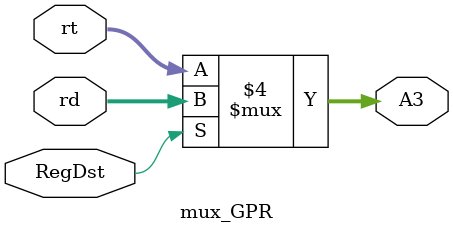
<source format=v>
`timescale 1ns / 1ps

module mux_GPR(
		input[4:0] rt, rd,
		input RegDst,
		output reg[4:0] A3
	);

	always @(rt or rd or RegDst)
		if (RegDst == 1) 
            A3 = rd; 
        else 
            A3 = rt;
endmodule
</source>
